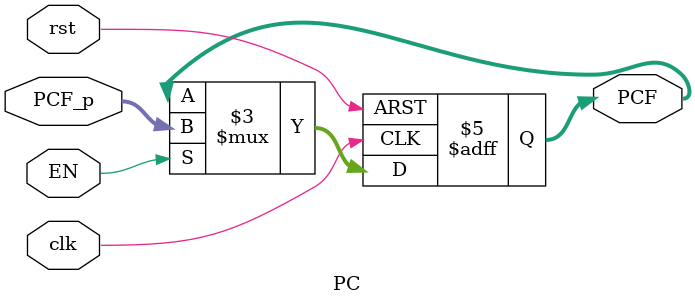
<source format=v>
module PC (
    input       wire        [31:0]      PCF_p,
    input       wire                    EN,
    input       wire                    clk,
    input       wire                    rst,
    output      reg         [31:0]      PCF
);


always @ (posedge clk or negedge rst) 
    begin
        if (!rst)
            PCF <= 0;
        else
            begin
                if (EN)
                    PCF <= PCF_p;
            end
    end


endmodule

</source>
